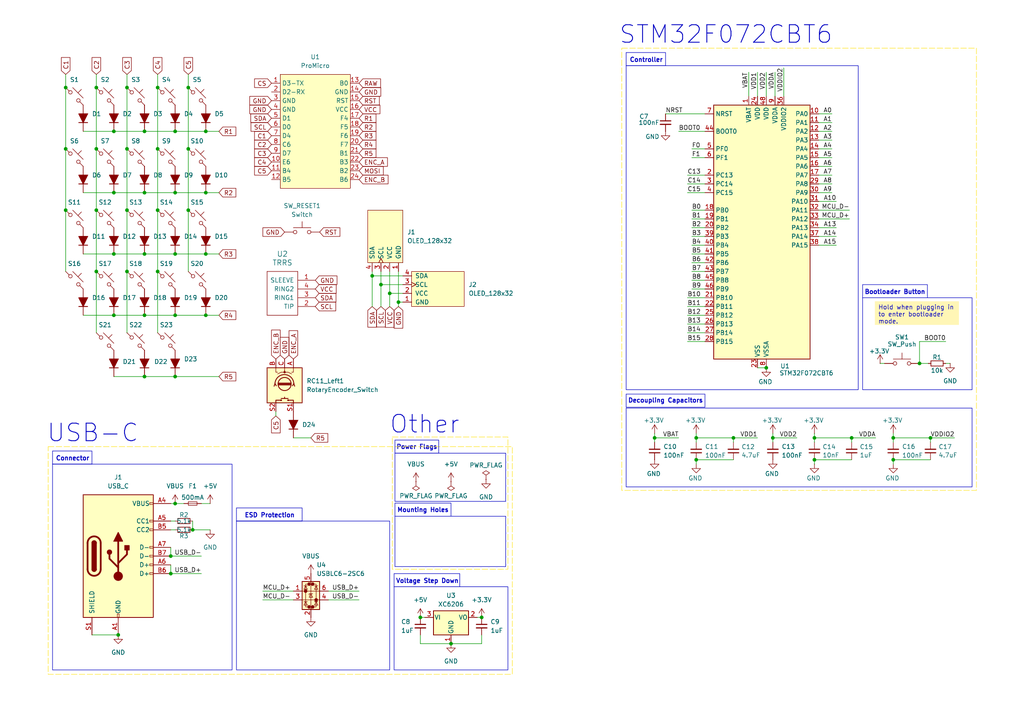
<source format=kicad_sch>
(kicad_sch (version 20231120) (generator "eeschema") (generator_version "8.0")
  (paper "A4")
  (junction (at 45.72 43.18))
  (junction (at 236.22 133.35))
  (junction (at 41.91 91.44))
  (junction (at 50.8 146.05))
  (junction (at 36.83 78.74))
  (junction (at 45.72 78.74))
  (junction (at 54.61 43.18))
  (junction (at 27.94 78.74))
  (junction (at 115.57 87.63))
  (junction (at 41.91 73.66))
  (junction (at 110.49 82.55))
  (junction (at 121.92 179.07))
  (junction (at 212.725 127))
  (junction (at 50.8 109.22))
  (junction (at 50.8 91.44))
  (junction (at 36.83 25.4))
  (junction (at 224.155 127))
  (junction (at 222.25 106.68))
  (junction (at 33.02 91.44))
  (junction (at 34.29 184.15))
  (junction (at 201.93 133.35))
  (junction (at 54.61 60.96))
  (junction (at 59.69 73.66))
  (junction (at 59.69 38.1))
  (junction (at 49.53 161.29))
  (junction (at 50.8 55.88))
  (junction (at 266.7 105.41))
  (junction (at 54.61 25.4))
  (junction (at 49.53 166.37))
  (junction (at 33.02 55.88))
  (junction (at 59.69 91.44))
  (junction (at 36.83 60.96))
  (junction (at 19.05 25.4))
  (junction (at 269.875 127))
  (junction (at 33.02 38.1))
  (junction (at 50.8 38.1))
  (junction (at 19.05 60.96))
  (junction (at 50.8 73.66))
  (junction (at 36.83 43.18))
  (junction (at 189.865 127))
  (junction (at 259.08 133.35))
  (junction (at 201.93 127))
  (junction (at 247.015 127))
  (junction (at 55.88 153.67))
  (junction (at 27.94 60.96))
  (junction (at 45.72 25.4))
  (junction (at 27.94 25.4))
  (junction (at 27.94 43.18))
  (junction (at 41.91 55.88))
  (junction (at 19.05 43.18))
  (junction (at 236.22 127))
  (junction (at 130.81 186.69))
  (junction (at 33.02 73.66))
  (junction (at 113.03 85.09))
  (junction (at 139.7 179.07))
  (junction (at 41.91 109.22))
  (junction (at 45.72 60.96))
  (junction (at 259.08 127))
  (junction (at 107.95 80.01))
  (junction (at 59.69 55.88))
  (junction (at 41.91 38.1))
  (wire (pts (xy 54.61 60.96) (xy 54.61 43.18)))
  (wire (pts (xy 199.39 91.44) (xy 204.47 91.44)))
  (wire (pts (xy 199.39 99.06) (xy 204.47 99.06)))
  (wire (pts (xy 236.22 127) (xy 236.22 128.27)))
  (wire (pts (xy 199.39 53.34) (xy 204.47 53.34)))
  (wire (pts (xy 49.53 163.83) (xy 49.53 166.37)))
  (wire (pts (xy 49.53 146.05) (xy 50.8 146.05)))
  (wire (pts (xy 217.17 20.955) (xy 217.17 27.94)))
  (wire (pts (xy 33.02 38.1) (xy 41.91 38.1)))
  (wire (pts (xy 193.04 33.02) (xy 204.47 33.02)))
  (wire (pts (xy 54.61 43.18) (xy 54.61 25.4)))
  (wire (pts (xy 41.91 73.66) (xy 50.8 73.66)))
  (wire (pts (xy 54.61 60.96) (xy 54.61 78.74)))
  (wire (pts (xy 241.3 53.34) (xy 237.49 53.34)))
  (wire (pts (xy 138.43 179.07) (xy 139.7 179.07)))
  (wire (pts (xy 241.3 45.72) (xy 237.49 45.72)))
  (wire (pts (xy 189.865 127) (xy 189.865 128.27)))
  (wire (pts (xy 19.05 60.96) (xy 19.05 78.74)))
  (wire (pts (xy 266.7 105.41) (xy 269.24 105.41)))
  (wire (pts (xy 45.72 25.4) (xy 45.72 43.18)))
  (wire (pts (xy 50.8 38.1) (xy 59.69 38.1)))
  (wire (pts (xy 19.05 21.59) (xy 19.05 25.4)))
  (wire (pts (xy 212.725 127) (xy 212.725 128.27)))
  (wire (pts (xy 246.38 60.96) (xy 237.49 60.96)))
  (wire (pts (xy 189.865 125.73) (xy 189.865 127)))
  (wire (pts (xy 36.83 21.59) (xy 36.83 25.4)))
  (wire (pts (xy 107.95 80.01) (xy 107.95 88.9)))
  (wire (pts (xy 59.69 73.66) (xy 63.5 73.66)))
  (wire (pts (xy 26.67 184.15) (xy 34.29 184.15)))
  (wire (pts (xy 55.88 151.13) (xy 55.88 153.67)))
  (wire (pts (xy 241.3 55.88) (xy 237.49 55.88)))
  (wire (pts (xy 49.53 158.75) (xy 49.53 161.29)))
  (wire (pts (xy 58.42 146.05) (xy 60.96 146.05)))
  (wire (pts (xy 27.94 96.52) (xy 27.94 78.74)))
  (wire (pts (xy 130.81 186.69) (xy 139.7 186.69)))
  (wire (pts (xy 200.66 78.74) (xy 204.47 78.74)))
  (wire (pts (xy 27.94 25.4) (xy 27.94 43.18)))
  (wire (pts (xy 115.57 88.9) (xy 115.57 87.63)))
  (wire (pts (xy 200.66 73.66) (xy 204.47 73.66)))
  (wire (pts (xy 259.08 133.35) (xy 269.875 133.35)))
  (wire (pts (xy 201.93 133.35) (xy 212.725 133.35)))
  (wire (pts (xy 242.57 71.12) (xy 237.49 71.12)))
  (wire (pts (xy 200.66 63.5) (xy 204.47 63.5)))
  (wire (pts (xy 199.39 88.9) (xy 204.47 88.9)))
  (wire (pts (xy 49.53 151.13) (xy 50.8 151.13)))
  (wire (pts (xy 241.3 40.64) (xy 237.49 40.64)))
  (wire (pts (xy 90.17 127) (xy 85.09 127)))
  (wire (pts (xy 139.7 184.15) (xy 139.7 186.69)))
  (wire (pts (xy 121.92 179.07) (xy 123.19 179.07)))
  (wire (pts (xy 24.13 38.1) (xy 33.02 38.1)))
  (wire (pts (xy 116.84 80.01) (xy 107.95 80.01)))
  (wire (pts (xy 41.91 109.22) (xy 50.8 109.22)))
  (wire (pts (xy 200.66 43.18) (xy 204.47 43.18)))
  (wire (pts (xy 110.49 88.9) (xy 110.49 82.55)))
  (wire (pts (xy 241.3 33.02) (xy 237.49 33.02)))
  (wire (pts (xy 36.83 60.96) (xy 36.83 78.74)))
  (wire (pts (xy 76.2 171.45) (xy 85.09 171.45)))
  (wire (pts (xy 231.14 127) (xy 224.155 127)))
  (wire (pts (xy 110.49 82.55) (xy 116.84 82.55)))
  (wire (pts (xy 115.57 87.63) (xy 116.84 87.63)))
  (wire (pts (xy 113.03 85.09) (xy 113.03 88.9)))
  (wire (pts (xy 274.32 105.41) (xy 275.59 105.41)))
  (wire (pts (xy 33.02 109.22) (xy 41.91 109.22)))
  (wire (pts (xy 50.8 146.05) (xy 53.34 146.05)))
  (wire (pts (xy 269.875 127) (xy 276.86 127)))
  (wire (pts (xy 50.8 55.88) (xy 59.69 55.88)))
  (wire (pts (xy 219.71 106.68) (xy 222.25 106.68)))
  (wire (pts (xy 36.83 25.4) (xy 36.83 43.18)))
  (wire (pts (xy 201.93 134.62) (xy 201.93 133.35)))
  (wire (pts (xy 116.84 85.09) (xy 113.03 85.09)))
  (wire (pts (xy 33.02 55.88) (xy 24.13 55.88)))
  (wire (pts (xy 224.79 20.955) (xy 224.79 27.94)))
  (wire (pts (xy 227.33 19.685) (xy 227.33 27.94)))
  (wire (pts (xy 115.57 87.63) (xy 115.57 78.74)))
  (wire (pts (xy 200.66 68.58) (xy 204.47 68.58)))
  (wire (pts (xy 36.83 78.74) (xy 36.83 96.52)))
  (wire (pts (xy 199.39 86.36) (xy 204.47 86.36)))
  (wire (pts (xy 199.39 93.98) (xy 204.47 93.98)))
  (wire (pts (xy 259.08 125.73) (xy 259.08 127)))
  (wire (pts (xy 33.02 91.44) (xy 24.13 91.44)))
  (wire (pts (xy 45.72 25.4) (xy 45.72 21.59)))
  (wire (pts (xy 236.22 134.62) (xy 236.22 133.35)))
  (wire (pts (xy 104.14 173.99) (xy 95.25 173.99)))
  (wire (pts (xy 76.2 173.99) (xy 85.09 173.99)))
  (wire (pts (xy 59.69 38.1) (xy 63.5 38.1)))
  (wire (pts (xy 200.66 66.04) (xy 204.47 66.04)))
  (wire (pts (xy 27.94 25.4) (xy 27.94 21.59)))
  (wire (pts (xy 241.3 35.56) (xy 237.49 35.56)))
  (wire (pts (xy 33.02 73.66) (xy 41.91 73.66)))
  (wire (pts (xy 45.72 43.18) (xy 45.72 60.96)))
  (wire (pts (xy 19.05 25.4) (xy 19.05 43.18)))
  (wire (pts (xy 199.39 96.52) (xy 204.47 96.52)))
  (wire (pts (xy 33.02 91.44) (xy 41.91 91.44)))
  (wire (pts (xy 201.93 125.73) (xy 201.93 127)))
  (wire (pts (xy 242.57 68.58) (xy 237.49 68.58)))
  (wire (pts (xy 222.25 20.955) (xy 222.25 27.94)))
  (wire (pts (xy 259.08 127) (xy 259.08 128.27)))
  (wire (pts (xy 19.05 43.18) (xy 19.05 60.96)))
  (wire (pts (xy 104.14 171.45) (xy 95.25 171.45)))
  (wire (pts (xy 27.94 60.96) (xy 27.94 78.74)))
  (wire (pts (xy 50.8 91.44) (xy 59.69 91.44)))
  (wire (pts (xy 107.95 78.74) (xy 107.95 80.01)))
  (wire (pts (xy 121.92 186.69) (xy 130.81 186.69)))
  (wire (pts (xy 54.61 25.4) (xy 54.61 21.59)))
  (wire (pts (xy 266.7 99.06) (xy 266.7 105.41)))
  (wire (pts (xy 212.725 127) (xy 219.71 127)))
  (wire (pts (xy 58.42 161.29) (xy 49.53 161.29)))
  (wire (pts (xy 45.72 60.96) (xy 45.72 78.74)))
  (wire (pts (xy 58.42 166.37) (xy 49.53 166.37)))
  (wire (pts (xy 246.38 63.5) (xy 237.49 63.5)))
  (wire (pts (xy 224.155 127) (xy 224.155 128.27)))
  (wire (pts (xy 241.3 50.8) (xy 237.49 50.8)))
  (wire (pts (xy 241.3 43.18) (xy 237.49 43.18)))
  (wire (pts (xy 200.66 45.72) (xy 204.47 45.72)))
  (wire (pts (xy 236.22 133.35) (xy 247.015 133.35)))
  (wire (pts (xy 121.92 184.15) (xy 121.92 186.69)))
  (wire (pts (xy 199.39 55.88) (xy 204.47 55.88)))
  (wire (pts (xy 113.03 78.74) (xy 113.03 85.09)))
  (wire (pts (xy 224.155 125.73) (xy 224.155 127)))
  (wire (pts (xy 241.3 38.1) (xy 237.49 38.1)))
  (wire (pts (xy 80.01 120.65) (xy 80.01 119.38)))
  (wire (pts (xy 255.27 105.41) (xy 256.54 105.41)))
  (wire (pts (xy 259.08 134.62) (xy 259.08 133.35)))
  (wire (pts (xy 236.22 125.73) (xy 236.22 127)))
  (wire (pts (xy 50.8 73.66) (xy 59.69 73.66)))
  (wire (pts (xy 201.93 127) (xy 212.725 127)))
  (wire (pts (xy 274.32 99.06) (xy 266.7 99.06)))
  (wire (pts (xy 27.94 43.18) (xy 27.94 60.96)))
  (wire (pts (xy 50.8 55.88) (xy 41.91 55.88)))
  (wire (pts (xy 200.66 83.82) (xy 204.47 83.82)))
  (wire (pts (xy 269.875 127) (xy 269.875 128.27)))
  (wire (pts (xy 41.91 91.44) (xy 50.8 91.44)))
  (wire (pts (xy 59.69 55.88) (xy 63.5 55.88)))
  (wire (pts (xy 247.015 127) (xy 247.015 128.27)))
  (wire (pts (xy 36.83 60.96) (xy 36.83 43.18)))
  (wire (pts (xy 200.66 71.12) (xy 204.47 71.12)))
  (wire (pts (xy 59.69 91.44) (xy 63.5 91.44)))
  (wire (pts (xy 41.91 55.88) (xy 33.02 55.88)))
  (wire (pts (xy 201.93 127) (xy 201.93 128.27)))
  (wire (pts (xy 49.53 153.67) (xy 50.8 153.67)))
  (wire (pts (xy 196.85 127) (xy 189.865 127)))
  (wire (pts (xy 110.49 82.55) (xy 110.49 78.74)))
  (wire (pts (xy 219.71 20.955) (xy 219.71 27.94)))
  (wire (pts (xy 236.22 127) (xy 247.015 127)))
  (wire (pts (xy 247.015 127) (xy 254 127)))
  (wire (pts (xy 242.57 58.42) (xy 237.49 58.42)))
  (wire (pts (xy 242.57 66.04) (xy 237.49 66.04)))
  (wire (pts (xy 200.66 81.28) (xy 204.47 81.28)))
  (wire (pts (xy 41.91 38.1) (xy 50.8 38.1)))
  (wire (pts (xy 241.3 48.26) (xy 237.49 48.26)))
  (wire (pts (xy 196.85 38.1) (xy 204.47 38.1)))
  (wire (pts (xy 45.72 78.74) (xy 45.72 96.52)))
  (wire (pts (xy 199.39 50.8) (xy 204.47 50.8)))
  (wire (pts (xy 24.13 73.66) (xy 33.02 73.66)))
  (wire (pts (xy 55.88 153.67) (xy 60.96 153.67)))
  (wire (pts (xy 200.66 60.96) (xy 204.47 60.96)))
  (wire (pts (xy 259.08 127) (xy 269.875 127)))
  (wire (pts (xy 200.66 76.2) (xy 204.47 76.2)))
  (wire (pts (xy 50.8 109.22) (xy 63.5 109.22)))
  (rectangle (start 68.58 151.13) (end 113.03 194.31))
  (rectangle (start 181.61 118.364) (end 281.94 141.224))
  (rectangle (start 15.24 130.81) (end 26.67 134.62))
  (rectangle (start 114.554 145.923) (end 130.81 149.733))
  (rectangle (start 114.3 170.18) (end 147.32 194.31))
  (rectangle (start 180.34 13.97) (end 283.21 142.24) (stroke (width 0) (type dash) (color 255 229 36 1)))
  (rectangle (start 181.61 15.24) (end 193.04 19.05))
  (rectangle (start 114.554 127.635) (end 127.254 131.445))
  (rectangle (start 13.97 129.54) (end 148.59 195.58) (stroke (width 0) (type dash) (color 255 229 36 1)))
  (rectangle (start 250.19 82.55) (end 268.986 86.36))
  (rectangle (start 114.554 149.733) (end 146.685 164.338))
  (rectangle (start 113.792 126.746) (end 147.32 165.1) (stroke (width 0) (type dash) (color 255 229 36 1)))
  (rectangle (start 114.3 166.37) (end 133.35 170.18))
  (rectangle (start 250.19 86.36) (end 281.94 113.03))
  (rectangle (start 68.58 147.32) (end 87.63 151.13))
  (rectangle (start 181.61 19.05) (end 248.92 113.03))
  (rectangle (start 15.24 134.62) (end 67.31 194.31))
  (rectangle (start 114.554 131.445) (end 146.685 145.415))
  (rectangle (start 181.61 114.3) (end 204.47 118.11))
  (text_box "Hold when plugging in to enter bootloader mode." (at 253.746 87.376 0) (size 24.384 6.858) (stroke (width -0.0001)) (fill (type color) (color 255 229 36 0.33)) (effects (font (size 1.27 1.27)) (justify left top)))
  (text "STM32F072CBT6" (at 210.566 10.16 0) (effects (font (size 5.08 5.08) (thickness 0.254) (bold yes))))
  (text "USB-C\n" (at 26.924 125.73 0) (effects (font (size 5.08 5.08) (thickness 0.254) (bold yes))))
  (text "Mounting Holes" (at 122.682 148.082 0) (effects (font (size 1.27 1.27) (thickness 0.254) (bold yes))))
  (text "Decoupling Capacitors" (at 193.04 116.332 0) (effects (font (size 1.27 1.27) (thickness 0.254) (bold yes))))
  (text "Controller\n" (at 187.452 17.526 0) (effects (font (size 1.27 1.27) (thickness 0.254) (bold yes))))
  (text "ESD Protection" (at 78.232 149.606 0) (effects (font (size 1.27 1.27) (thickness 0.254) (bold yes))))
  (text "Power Flags" (at 120.904 129.794 0) (effects (font (size 1.27 1.27) (thickness 0.254) (bold yes))))
  (text "Voltage Step Down" (at 123.952 168.656 0) (effects (font (size 1.27 1.27) (thickness 0.254) (bold yes))))
  (text "Other" (at 123.19 123.19 0) (effects (font (size 5.08 5.08) (thickness 0.254) (bold yes))))
  (text "Bootloader Button" (at 259.588 84.836 0) (effects (font (size 1.27 1.27) (thickness 0.254) (bold yes))))
  (text "Connector\n" (at 21.082 133.096 0) (effects (font (size 1.27 1.27) (thickness 0.254) (bold yes))))
  (label "A7" (at 241.3 50.8 180))
  (label "A6" (at 241.3 48.26 180))
  (label "A10" (at 242.57 58.42 180))
  (label "B0" (at 200.66 60.96 0))
  (label "B6" (at 200.66 76.2 0))
  (label "MCU_D-" (at 246.38 60.96 180))
  (label "A3" (at 241.3 40.64 180))
  (label "B7" (at 200.66 78.74 0))
  (label "A15" (at 242.57 71.12 180))
  (label "VBAT" (at 196.85 127 180))
  (label "A5" (at 241.3 45.72 180))
  (label "B5" (at 200.66 73.66 0))
  (label "B1" (at 200.66 63.5 0))
  (label "B9" (at 200.66 83.82 0))
  (label "VDDIO2" (at 227.33 19.685 270))
  (label "USB_D+" (at 58.42 166.37 180))
  (label "B11" (at 199.39 88.9 0))
  (label "B4" (at 200.66 71.12 0))
  (label "MCU_D+" (at 246.38 63.5 180))
  (label "A14" (at 242.57 68.58 180))
  (label "NRST" (at 193.04 33.02 0))
  (label "VDDIO2" (at 276.86 127 180))
  (label "VDD2" (at 222.25 20.955 270))
  (label "A2" (at 241.3 38.1 180))
  (label "VDDA" (at 224.79 20.955 270))
  (label "F0" (at 200.66 43.18 0))
  (label "BOOT0" (at 274.32 99.06 180))
  (label "B15" (at 199.39 99.06 0))
  (label "F1" (at 200.66 45.72 0))
  (label "A13" (at 242.57 66.04 180))
  (label "B12" (at 199.39 91.44 0))
  (label "A9" (at 241.3 55.88 180))
  (label "A8" (at 241.3 53.34 180))
  (label "C13" (at 199.39 50.8 0))
  (label "B8" (at 200.66 81.28 0))
  (label "USB_D-" (at 58.42 161.29 180))
  (label "MCU_D-" (at 76.2 173.99 0))
  (label "BOOT0" (at 196.85 38.1 0))
  (label "A1" (at 241.3 35.56 180))
  (label "B2" (at 200.66 66.04 0))
  (label "C15" (at 199.39 55.88 0))
  (label "B13" (at 199.39 93.98 0))
  (label "VDD1" (at 219.71 20.955 270))
  (label "VDDA" (at 254 127 180))
  (label "VDD2" (at 231.14 127 180))
  (label "B3" (at 200.66 68.58 0))
  (label "B10" (at 199.39 86.36 0))
  (label "USB_D-" (at 104.14 173.99 180))
  (label "VBAT" (at 217.17 20.955 270))
  (label "A0" (at 241.3 33.02 180))
  (label "B14" (at 199.39 96.52 0))
  (label "MCU_D+" (at 76.2 171.45 0))
  (label "A4" (at 241.3 43.18 180))
  (label "USB_D+" (at 104.14 171.45 180))
  (label "VDD1" (at 219.71 127 180))
  (label "C14" (at 199.39 53.34 0))
  (global_label "C3" (shape input) (at 78.74 44.45 180) (property "Intersheetrefs" "${INTERSHEET_REFS}" (effects (hide yes))))
  (global_label "RST" (shape input) (at 92.71 67.31 0) (property "Intersheetrefs" "${INTERSHEET_REFS}" (effects (hide yes))))
  (global_label "GND" (shape input) (at 78.74 31.75 180) (property "Intersheetrefs" "${INTERSHEET_REFS}" (effects (hide yes))))
  (global_label "C4" (shape input) (at 45.72 21.59 90) (property "Intersheetrefs" "${INTERSHEET_REFS}" (effects (hide yes))))
  (global_label "C3" (shape input) (at 36.83 21.59 90) (property "Intersheetrefs" "${INTERSHEET_REFS}" (effects (hide yes))))
  (global_label "MOSI" (shape input) (at 104.14 49.53 0) (property "Intersheetrefs" "${INTERSHEET_REFS}" (effects (hide yes))))
  (global_label "SDA" (shape input) (at 78.74 34.29 180) (property "Intersheetrefs" "${INTERSHEET_REFS}" (effects (hide yes))))
  (global_label "R2" (shape input) (at 63.5 55.88 0) (property "Intersheetrefs" "${INTERSHEET_REFS}" (effects (hide yes))))
  (global_label "R5" (shape input) (at 104.14 44.45 0) (property "Intersheetrefs" "${INTERSHEET_REFS}" (effects (hide yes))))
  (global_label "VCC" (shape input) (at 104.14 31.75 0) (property "Intersheetrefs" "${INTERSHEET_REFS}" (effects (hide yes))))
  (global_label "C5" (shape input) (at 80.01 120.65 270) (property "Intersheetrefs" "${INTERSHEET_REFS}" (effects (hide yes))))
  (global_label "ENC_B" (shape input) (at 80.01 104.14 90) (property "Intersheetrefs" "${INTERSHEET_REFS}" (effects (hide yes))))
  (global_label "SDA" (shape input) (at 91.44 86.36 0) (property "Intersheetrefs" "${INTERSHEET_REFS}" (effects (hide yes))))
  (global_label "C1" (shape input) (at 78.74 39.37 180) (property "Intersheetrefs" "${INTERSHEET_REFS}" (effects (hide yes))))
  (global_label "R2" (shape input) (at 104.14 36.83 0) (property "Intersheetrefs" "${INTERSHEET_REFS}" (effects (hide yes))))
  (global_label "SCL" (shape input) (at 91.44 88.9 0) (property "Intersheetrefs" "${INTERSHEET_REFS}" (effects (hide yes))))
  (global_label "RAW" (shape input) (at 104.14 24.13 0) (property "Intersheetrefs" "${INTERSHEET_REFS}" (effects (hide yes))))
  (global_label "C2" (shape input) (at 27.94 21.59 90) (property "Intersheetrefs" "${INTERSHEET_REFS}" (effects (hide yes))))
  (global_label "SCL" (shape input) (at 110.49 88.9 270) (property "Intersheetrefs" "${INTERSHEET_REFS}" (effects (hide yes))))
  (global_label "C2" (shape input) (at 78.74 41.91 180) (property "Intersheetrefs" "${INTERSHEET_REFS}" (effects (hide yes))))
  (global_label "R1" (shape input) (at 104.14 34.29 0) (property "Intersheetrefs" "${INTERSHEET_REFS}" (effects (hide yes))))
  (global_label "C4" (shape input) (at 78.74 46.99 180) (property "Intersheetrefs" "${INTERSHEET_REFS}" (effects (hide yes))))
  (global_label "RST" (shape input) (at 104.14 29.21 0) (property "Intersheetrefs" "${INTERSHEET_REFS}" (effects (hide yes))))
  (global_label "GND" (shape input) (at 115.57 88.9 270) (property "Intersheetrefs" "${INTERSHEET_REFS}" (effects (hide yes))))
  (global_label "ENC_A" (shape input) (at 104.14 46.99 0) (property "Intersheetrefs" "${INTERSHEET_REFS}" (effects (hide yes))))
  (global_label "CS" (shape input) (at 78.74 24.13 180) (property "Intersheetrefs" "${INTERSHEET_REFS}" (effects (hide yes))))
  (global_label "C5" (shape input) (at 54.61 21.59 90) (property "Intersheetrefs" "${INTERSHEET_REFS}" (effects (hide yes))))
  (global_label "R1" (shape input) (at 63.5 38.1 0) (property "Intersheetrefs" "${INTERSHEET_REFS}" (effects (hide yes))))
  (global_label "R4" (shape input) (at 104.14 41.91 0) (property "Intersheetrefs" "${INTERSHEET_REFS}" (effects (hide yes))))
  (global_label "R3" (shape input) (at 63.5 73.66 0) (property "Intersheetrefs" "${INTERSHEET_REFS}" (effects (hide yes))))
  (global_label "R3" (shape input) (at 104.14 39.37 0) (property "Intersheetrefs" "${INTERSHEET_REFS}" (effects (hide yes))))
  (global_label "C1" (shape input) (at 19.05 21.59 90) (property "Intersheetrefs" "${INTERSHEET_REFS}" (effects (hide yes))))
  (global_label "R4" (shape input) (at 63.5 91.44 0) (property "Intersheetrefs" "${INTERSHEET_REFS}" (effects (hide yes))))
  (global_label "GND" (shape input) (at 78.74 29.21 180) (property "Intersheetrefs" "${INTERSHEET_REFS}" (effects (hide yes))))
  (global_label "GND" (shape input) (at 91.44 81.28 0) (property "Intersheetrefs" "${INTERSHEET_REFS}" (effects (hide yes))))
  (global_label "VCC" (shape input) (at 91.44 83.82 0) (property "Intersheetrefs" "${INTERSHEET_REFS}" (effects (hide yes))))
  (global_label "SCL" (shape input) (at 78.74 36.83 180) (property "Intersheetrefs" "${INTERSHEET_REFS}" (effects (hide yes))))
  (global_label "ENC_B" (shape input) (at 104.14 52.07 0) (property "Intersheetrefs" "${INTERSHEET_REFS}" (effects (hide yes))))
  (global_label "R5" (shape input) (at 63.5 109.22 0) (property "Intersheetrefs" "${INTERSHEET_REFS}" (effects (hide yes))))
  (global_label "ENC_A" (shape input) (at 85.09 104.14 90) (property "Intersheetrefs" "${INTERSHEET_REFS}" (effects (hide yes))))
  (global_label "GND" (shape input) (at 82.55 104.14 90) (property "Intersheetrefs" "${INTERSHEET_REFS}" (effects (hide yes))))
  (global_label "GND" (shape input) (at 82.55 67.31 180) (property "Intersheetrefs" "${INTERSHEET_REFS}" (effects (hide yes))))
  (global_label "GND" (shape input) (at 104.14 26.67 0) (property "Intersheetrefs" "${INTERSHEET_REFS}" (effects (hide yes))))
  (global_label "SDA" (shape input) (at 107.95 88.9 270) (property "Intersheetrefs" "${INTERSHEET_REFS}" (effects (hide yes))))
  (global_label "VCC" (shape input) (at 113.03 88.9 270) (property "Intersheetrefs" "${INTERSHEET_REFS}" (effects (hide yes))))
  (global_label "C5" (shape input) (at 78.74 49.53 180) (property "Intersheetrefs" "${INTERSHEET_REFS}" (effects (hide yes))))
  (global_label "R5" (shape input) (at 90.17 127 0) (property "Intersheetrefs" "${INTERSHEET_REFS}" (effects (hide yes))))
  (symbol (lib_id "ScottoKeebs:Placeholder_Keyswitch") (at 30.48 63.5 0) (unit 1)
    (property "Reference" "S12" (at 30.48 58.674 0))
    (property "Value" "Keyswitch" (effects (hide yes)))
    (property "Footprint" "PCM_Switch_Keyboard_Hybrid:SW_Hybrid_Cherry_MX_Alps_1.00u" (effects (hide yes)))
    (property "Description" "Push button switch, normally open, two pins, 45° tilted" (effects (hide yes)))
  )
  (symbol (lib_id "ScottoKeebs:Placeholder_Keyswitch") (at 48.26 45.72 0) (unit 1)
    (property "Reference" "S9" (at 48.26 40.894 0))
    (property "Value" "Keyswitch" (effects (hide yes)))
    (property "Footprint" "PCM_Switch_Keyboard_Hybrid:SW_Hybrid_Cherry_MX_Alps_1.00u" (effects (hide yes)))
    (property "Description" "Push button switch, normally open, two pins, 45° tilted" (effects (hide yes)))
  )
  (symbol (lib_id "ScottoKeebs:Placeholder_Keyswitch") (at 39.37 27.94 0) (unit 1)
    (property "Reference" "S3" (at 39.37 23.114 0))
    (property "Value" "Keyswitch" (effects (hide yes)))
    (property "Footprint" "PCM_Switch_Keyboard_Hybrid:SW_Hybrid_Cherry_MX_Alps_1.00u" (effects (hide yes)))
    (property "Description" "Push button switch, normally open, two pins, 45° tilted" (effects (hide yes)))
  )
  (symbol (lib_id "PCM_Diode_AKL:1N4148") (at 85.09 123.19 270) (unit 1)
    (property "Reference" "D24" (at 87.63 123.1899 90) (effects (justify left)))
    (property "Value" "1N4148" (effects (hide yes)))
    (property "Footprint" "Kicad Footprints:SOD123_DIO-L With THs" (effects (hide yes)))
    (property "Datasheet" "https://datasheet.octopart.com/1N4148TR-ON-Semiconductor-datasheet-42765246.pdf" (effects (hide yes)))
    (property "Description" "DO-35 Diode, Small Signal, Fast Switching, 75V, 150mA, 4ns, Alternate KiCad Library" (effects (hide yes)))
  )
  (symbol (lib_id "PCM_Diode_AKL:1N4148") (at 50.8 105.41 270) (unit 1)
    (property "Reference" "D23" (at 53.34 104.1399 90) (effects (justify left)))
    (property "Value" "1N4148" (effects (hide yes)))
    (property "Footprint" "Kicad Footprints:SOD123_DIO-L With THs" (effects (hide yes)))
    (property "Datasheet" "https://datasheet.octopart.com/1N4148TR-ON-Semiconductor-datasheet-42765246.pdf" (effects (hide yes)))
    (property "Description" "DO-35 Diode, Small Signal, Fast Switching, 75V, 150mA, 4ns, Alternate KiCad Library" (effects (hide yes)))
  )
  (symbol (lib_id "ScottoKeebs:Placeholder_Switch") (at 87.63 67.31 0) (unit 1)
    (property "Reference" "SW_RESET1" (at 87.63 59.69 0))
    (property "Value" "Switch" (at 87.63 62.23 0))
    (property "Footprint" "marbastlib-various:SW_SKHLLCA010" (effects (hide yes)))
    (property "Description" "Push button switch, generic, two pins" (effects (hide yes)))
  )
  (symbol (lib_id "PCM_Diode_AKL:1N4148") (at 50.8 52.07 270) (unit 1)
    (property "Reference" "D9" (at 53.34 50.7999 90) (effects (justify left)))
    (property "Value" "1N4148" (effects (hide yes)))
    (property "Footprint" "Kicad Footprints:SOD123_DIO-L With THs" (effects (hide yes)))
    (property "Datasheet" "https://datasheet.octopart.com/1N4148TR-ON-Semiconductor-datasheet-42765246.pdf" (effects (hide yes)))
    (property "Description" "DO-35 Diode, Small Signal, Fast Switching, 75V, 150mA, 4ns, Alternate KiCad Library" (effects (hide yes)))
  )
  (symbol (lib_id "power:+3.3V") (at 259.08 125.73 0) (unit 1)
    (property "Reference" "#PWR024" (effects (hide yes)))
    (property "Value" "+3.3V" (at 258.826 121.92 0))
    (property "Description" "Power symbol creates a global label with name \"+3.3V\"" (effects (hide yes)))
  )
  (symbol (lib_id "power:+3.3V") (at 255.27 105.41 0) (unit 1)
    (property "Reference" "#PWR06" (effects (hide yes)))
    (property "Value" "+3.3V" (at 255.016 101.854 0))
    (property "Description" "Power symbol creates a global label with name \"+3.3V\"" (effects (hide yes)))
  )
  (symbol (lib_id "MCU_ST_STM32F0:STM32F072CBTx") (at 219.71 68.58 0) (unit 1)
    (property "Reference" "U1" (at 226.314 106.172 0) (effects (justify left)))
    (property "Value" "STM32F072CBT6" (at 226.06 108.204 0) (effects (justify left)))
    (property "Footprint" "ScottoKeebs_Components:Package_LQFP-48_7x7mm_P0.5" (effects (hide yes)))
    (property "Datasheet" "https://www.st.com/resource/en/datasheet/stm32f072cb.pdf" (effects (hide yes)))
    (property "Description" "STMicroelectronics Arm Cortex-M0 MCU, 128KB flash, 16KB RAM, 48 MHz, 2.0-3.6V, 37 GPIO, LQFP48" (effects (hide yes)))
    (property "LCSC" "C81720" (effects (hide yes)))
    (property "JlcRotOffset" "-90" (effects (hide yes)))
  )
  (symbol (lib_id "Regulator_Linear:XC6206PxxxMR") (at 130.81 179.07 0) (unit 1)
    (property "Reference" "U3" (at 130.81 172.72 0))
    (property "Value" "XC6206" (at 130.81 175.26 0))
    (property "Footprint" "ScottoKeebs_Components:Voltage_SOT-23" (effects (hide yes)))
    (property "Datasheet" "https://www.torexsemi.com/file/xc6206/XC6206.pdf" (effects (hide yes)))
    (property "Description" "Positive 60-250mA Low Dropout Regulator, Fixed Output, SOT-23" (effects (hide yes)))
    (property "LCSC" "C5446" (effects (hide yes)))
    (property "JlcRotOffset" "180" (effects (hide yes)))
  )
  (symbol (lib_id "ScottoKeebs:Placeholder_Keyswitch") (at 30.48 81.28 0) (unit 1)
    (property "Reference" "S17" (at 30.48 76.454 0))
    (property "Value" "Keyswitch" (effects (hide yes)))
    (property "Footprint" "PCM_Switch_Keyboard_Hybrid:SW_Hybrid_Cherry_MX_Alps_1.00u" (effects (hide yes)))
    (property "Description" "Push button switch, normally open, two pins, 45° tilted" (effects (hide yes)))
  )
  (symbol (lib_id "power:+5V") (at 60.96 146.05 0) (unit 1)
    (property "Reference" "#PWR010" (effects (hide yes)))
    (property "Value" "+5V" (at 60.96 140.97 0))
    (property "Description" "Power symbol creates a global label with name \"+5V\"" (effects (hide yes)))
  )
  (symbol (lib_id "power:GND") (at 222.25 106.68 0) (unit 1)
    (property "Reference" "#PWR02" (effects (hide yes)))
    (property "Value" "GND" (at 221.996 110.744 0))
    (property "Description" "Power symbol creates a global label with name \"GND\" , ground" (effects (hide yes)))
  )
  (symbol (lib_id "Device:R_Small") (at 271.78 105.41 270) (unit 1)
    (property "Reference" "R1" (at 271.78 103.632 90))
    (property "Value" "10k" (at 271.78 107.442 90))
    (property "Footprint" "ScottoKeebs_Components:Resistor_0402" (effects (hide yes)))
    (property "Description" "Resistor, small symbol" (effects (hide yes)))
    (property "LCSC" "C25744" (effects (hide yes)))
  )
  (symbol (lib_id "Device:C_Small") (at 201.93 130.81 180) (unit 1)
    (property "Reference" "C11" (at 204.47 129.5335 0) (effects (justify right)))
    (property "Value" "100nF" (at 204.47 132.0735 0) (effects (justify right)))
    (property "Footprint" "ScottoKeebs_Components:Capacitor_0402" (effects (hide yes)))
    (property "Description" "Unpolarized capacitor, small symbol" (effects (hide yes)))
    (property "LCSC" "C307331" (effects (hide yes)))
    (property "MPN" "CL05B104KB54PNC" (effects (hide yes)))
  )
  (symbol (lib_id "PCM_Diode_AKL:1N4148") (at 59.69 34.29 270) (unit 1)
    (property "Reference" "D5" (at 62.23 33.0199 90) (effects (justify left)))
    (property "Value" "1N4148" (effects (hide yes)))
    (property "Footprint" "Kicad Footprints:SOD123_DIO-L With THs" (effects (hide yes)))
    (property "Datasheet" "https://datasheet.octopart.com/1N4148TR-ON-Semiconductor-datasheet-42765246.pdf" (effects (hide yes)))
    (property "Description" "DO-35 Diode, Small Signal, Fast Switching, 75V, 150mA, 4ns, Alternate KiCad Library" (effects (hide yes)))
  )
  (symbol (lib_id "power:+3.3V") (at 189.865 125.73 0) (unit 1)
    (property "Reference" "#PWR020" (effects (hide yes)))
    (property "Value" "+3.3V" (at 189.611 121.92 0))
    (property "Description" "Power symbol creates a global label with name \"+3.3V\"" (effects (hide yes)))
  )
  (symbol (lib_id "power:+5V") (at 121.92 179.07 0) (unit 1)
    (property "Reference" "#PWR016" (effects (hide yes)))
    (property "Value" "+5V" (at 121.92 173.99 0))
    (property "Description" "Power symbol creates a global label with name \"+5V\"" (effects (hide yes)))
  )
  (symbol (lib_id "ScottoKeebs:Placeholder_Keyswitch") (at 39.37 63.5 0) (unit 1)
    (property "Reference" "S13" (at 39.37 58.674 0))
    (property "Value" "Keyswitch" (effects (hide yes)))
    (property "Footprint" "PCM_Switch_Keyboard_Hybrid:SW_Hybrid_Cherry_MX_Alps_1.00u" (effects (hide yes)))
    (property "Description" "Push button switch, normally open, two pins, 45° tilted" (effects (hide yes)))
  )
  (symbol (lib_id "power:GND") (at 236.22 134.62 0) (unit 1)
    (property "Reference" "#PWR028" (effects (hide yes)))
    (property "Value" "GND" (at 235.966 138.684 0))
    (property "Description" "Power symbol creates a global label with name \"GND\" , ground" (effects (hide yes)))
  )
  (symbol (lib_id "PCM_Diode_AKL:1N4148") (at 41.91 87.63 270) (unit 1)
    (property "Reference" "D18" (at 44.45 86.3599 90) (effects (justify left)))
    (property "Value" "1N4148" (effects (hide yes)))
    (property "Footprint" "Kicad Footprints:SOD123_DIO-L With THs" (effects (hide yes)))
    (property "Datasheet" "https://datasheet.octopart.com/1N4148TR-ON-Semiconductor-datasheet-42765246.pdf" (effects (hide yes)))
    (property "Description" "DO-35 Diode, Small Signal, Fast Switching, 75V, 150mA, 4ns, Alternate KiCad Library" (effects (hide yes)))
  )
  (symbol (lib_id "Power_Protection:USBLC6-2SC6") (at 90.17 171.45 0) (unit 1)
    (property "Reference" "U4" (at 91.8211 163.83 0) (effects (justify left)))
    (property "Value" "USBLC6-2SC6" (at 91.8211 166.37 0) (effects (justify left)))
    (property "Footprint" "ScottoKeebs_Components:ESD_SOT-23-6" (effects (hide yes)))
    (property "Datasheet" "https://www.st.com/resource/en/datasheet/usblc6-2.pdf" (effects (hide yes)))
    (property "Description" "Very low capacitance ESD protection diode, 2 data-line, SOT-23-6" (effects (hide yes)))
    (property "LCSC" "C2827654" (effects (hide yes)))
    (property "JlcRotOffset" "-90" (effects (hide yes)))
  )
  (symbol (lib_id "ScottoKeebs:Placeholder_Keyswitch") (at 57.15 63.5 0) (unit 1)
    (property "Reference" "S15" (at 57.15 58.674 0))
    (property "Value" "Keyswitch" (effects (hide yes)))
    (property "Footprint" "PCM_Switch_Keyboard_Hybrid:SW_Hybrid_Cherry_MX_Alps_1.00u" (effects (hide yes)))
    (property "Description" "Push button switch, normally open, two pins, 45° tilted" (effects (hide yes)))
  )
  (symbol (lib_id "power:+5V") (at 130.81 139.7 0) (unit 1)
    (property "Reference" "#PWR019" (effects (hide yes)))
    (property "Value" "+5V" (at 130.81 134.62 0))
    (property "Description" "Power symbol creates a global label with name \"+5V\"" (effects (hide yes)))
  )
  (symbol (lib_id "Device:RotaryEncoder_Switch") (at 82.55 111.76 270) (unit 1)
    (property "Reference" "RC11_Left1" (at 88.9 110.4899 90) (effects (justify left)))
    (property "Value" "RotaryEncoder_Switch" (at 88.9 113.0299 90) (effects (justify left)))
    (property "Footprint" "Rotary_Encoder:RotaryEncoder_Alps_EC11E-Switch_Vertical_H20mm" (effects (hide yes)))
    (property "Description" "Rotary encoder, dual channel, incremental quadrate outputs, with switch" (effects (hide yes)))
  )
  (symbol (lib_id "power:+3.3V") (at 201.93 125.73 0) (unit 1)
    (property "Reference" "#PWR021" (effects (hide yes)))
    (property "Value" "+3.3V" (at 201.676 121.92 0))
    (property "Description" "Power symbol creates a global label with name \"+3.3V\"" (effects (hide yes)))
  )
  (symbol (lib_id "PCM_Diode_AKL:1N4148") (at 59.69 87.63 270) (unit 1)
    (property "Reference" "D20" (at 62.23 86.3599 90) (effects (justify left)))
    (property "Value" "1N4148" (effects (hide yes)))
    (property "Footprint" "Kicad Footprints:SOD123_DIO-L With THs" (effects (hide yes)))
    (property "Datasheet" "https://datasheet.octopart.com/1N4148TR-ON-Semiconductor-datasheet-42765246.pdf" (effects (hide yes)))
    (property "Description" "DO-35 Diode, Small Signal, Fast Switching, 75V, 150mA, 4ns, Alternate KiCad Library" (effects (hide yes)))
  )
  (symbol (lib_id "ScottoKeebs:Placeholder_Keyswitch") (at 48.26 99.06 0) (unit 1)
    (property "Reference" "S23" (at 48.26 94.234 0))
    (property "Value" "Keyswitch" (effects (hide yes)))
    (property "Footprint" "PCM_Switch_Keyboard_Hybrid:SW_Hybrid_Cherry_MX_Alps_1.00u" (effects (hide yes)))
    (property "Description" "Push button switch, normally open, two pins, 45° tilted" (effects (hide yes)))
  )
  (symbol (lib_id "PCM_Diode_AKL:1N4148") (at 33.02 52.07 270) (unit 1)
    (property "Reference" "D7" (at 35.56 50.7999 90) (effects (justify left)))
    (property "Value" "1N4148" (effects (hide yes)))
    (property "Footprint" "Kicad Footprints:SOD123_DIO-L With THs" (effects (hide yes)))
    (property "Datasheet" "https://datasheet.octopart.com/1N4148TR-ON-Semiconductor-datasheet-42765246.pdf" (effects (hide yes)))
    (property "Description" "DO-35 Diode, Small Signal, Fast Switching, 75V, 150mA, 4ns, Alternate KiCad Library" (effects (hide yes)))
  )
  (symbol (lib_id "ScottoKeebs:Placeholder_Keyswitch") (at 57.15 81.28 0) (unit 1)
    (property "Reference" "S20" (at 57.15 76.454 0))
    (property "Value" "Keyswitch" (effects (hide yes)))
    (property "Footprint" "PCM_Switch_Keyboard_Hybrid:SW_Hybrid_Cherry_MX_Alps_1.00u" (effects (hide yes)))
    (property "Description" "Push button switch, normally open, two pins, 45° tilted" (effects (hide yes)))
  )
  (symbol (lib_id "PCM_Diode_AKL:1N4148") (at 24.13 87.63 270) (unit 1)
    (property "Reference" "D16" (at 26.67 86.3599 90) (effects (justify left)))
    (property "Value" "1N4148" (effects (hide yes)))
    (property "Footprint" "Kicad Footprints:SOD123_DIO-L With THs" (effects (hide yes)))
    (property "Datasheet" "https://datasheet.octopart.com/1N4148TR-ON-Semiconductor-datasheet-42765246.pdf" (effects (hide yes)))
    (property "Description" "DO-35 Diode, Small Signal, Fast Switching, 75V, 150mA, 4ns, Alternate KiCad Library" (effects (hide yes)))
  )
  (symbol (lib_id "Device:C_Small") (at 121.92 181.61 0) (unit 1)
    (property "Reference" "C8" (at 116.332 180.34 0) (effects (justify left)))
    (property "Value" "1uF" (at 116.332 182.88 0) (effects (justify left)))
    (property "Footprint" "ScottoKeebs_Components:Capacitor_0402" (effects (hide yes)))
    (property "Description" "Unpolarized capacitor, small symbol" (effects (hide yes)))
    (property "LCSC" "C52923" (effects (hide yes)))
  )
  (symbol (lib_id "power:GND") (at 34.29 184.15 0) (unit 1)
    (property "Reference" "#PWR08" (effects (hide yes)))
    (property "Value" "GND" (at 34.29 189.23 0))
    (property "Description" "Power symbol creates a global label with name \"GND\" , ground" (effects (hide yes)))
  )
  (symbol (lib_id "power:PWR_FLAG") (at 140.97 139.065 0) (unit 1)
    (property "Reference" "#FLG01" (effects (hide yes)))
    (property "Value" "PWR_FLAG" (at 140.97 134.9319 0))
    (property "Description" "Special symbol for telling ERC where power comes from" (effects (hide yes)))
  )
  (symbol (lib_id "Device:C_Small") (at 269.875 130.81 180) (unit 1)
    (property "Reference" "C17" (at 272.1991 129.5914 0) (effects (justify right)))
    (property "Value" "4.7uF" (at 272.1991 132.0157 0) (effects (justify right)))
    (property "Footprint" "ScottoKeebs_Components:Capacitor_0402" (effects (hide yes)))
    (property "Description" "Unpolarized capacitor, small symbol" (effects (hide yes)))
    (property "LCSC" "C23733" (effects (hide yes)))
    (property "MPN" "CL05A475MP5NRNC" (effects (hide yes)))
  )
  (symbol (lib_id "power:GND") (at 275.59 105.41 0) (unit 1)
    (property "Reference" "#PWR07" (effects (hide yes)))
    (property "Value" "GND" (at 275.59 110.49 0))
    (property "Description" "Power symbol creates a global label with name \"GND\" , ground" (effects (hide yes)))
  )
  (symbol (lib_id "power:GND") (at 224.155 133.35 0) (unit 1)
    (property "Reference" "#PWR026" (effects (hide yes)))
    (property "Value" "GND" (at 223.901 137.414 0))
    (property "Description" "Power symbol creates a global label with name \"GND\" , ground" (effects (hide yes)))
  )
  (symbol (lib_id "ScottoKeebs:Placeholder_Keyswitch") (at 21.59 81.28 0) (unit 1)
    (property "Reference" "S16" (at 21.59 76.454 0))
    (property "Value" "Keyswitch" (effects (hide yes)))
    (property "Footprint" "PCM_Switch_Keyboard_Hybrid:SW_Hybrid_Cherry_MX_Alps_1.00u" (effects (hide yes)))
    (property "Description" "Push button switch, normally open, two pins, 45° tilted" (effects (hide yes)))
  )
  (symbol (lib_id "PCM_Diode_AKL:1N4148") (at 41.91 69.85 270) (unit 1)
    (property "Reference" "D13" (at 44.45 68.5799 90) (effects (justify left)))
    (property "Value" "1N4148" (effects (hide yes)))
    (property "Footprint" "Kicad Footprints:SOD123_DIO-L With THs" (effects (hide yes)))
    (property "Datasheet" "https://datasheet.octopart.com/1N4148TR-ON-Semiconductor-datasheet-42765246.pdf" (effects (hide yes)))
    (property "Description" "DO-35 Diode, Small Signal, Fast Switching, 75V, 150mA, 4ns, Alternate KiCad Library" (effects (hide yes)))
  )
  (symbol (lib_id "PCM_Diode_AKL:1N4148") (at 59.69 52.07 270) (unit 1)
    (property "Reference" "D10" (at 62.23 50.7999 90) (effects (justify left)))
    (property "Value" "1N4148" (effects (hide yes)))
    (property "Footprint" "Kicad Footprints:SOD123_DIO-L With THs" (effects (hide yes)))
    (property "Datasheet" "https://datasheet.octopart.com/1N4148TR-ON-Semiconductor-datasheet-42765246.pdf" (effects (hide yes)))
    (property "Description" "DO-35 Diode, Small Signal, Fast Switching, 75V, 150mA, 4ns, Alternate KiCad Library" (effects (hide yes)))
  )
  (symbol (lib_id "ScottoKeebs:Placeholder_Keyswitch") (at 21.59 63.5 0) (unit 1)
    (property "Reference" "S11" (at 21.59 58.674 0))
    (property "Value" "Keyswitch" (effects (hide yes)))
    (property "Footprint" "PCM_Switch_Keyboard_Hybrid:SW_Hybrid_Cherry_MX_Alps_1.00u" (effects (hide yes)))
    (property "Description" "Push button switch, normally open, two pins, 45° tilted" (effects (hide yes)))
  )
  (symbol (lib_id "ScottoKeebs:Placeholder_TRRS") (at 82.55 78.74 180) (unit 1)
    (property "Reference" "U2" (at 81.915 73.66 0) (effects (font (size 1.524 1.524))))
    (property "Value" "TRRS" (at 81.915 76.2 0) (effects (font (size 1.524 1.524))))
    (property "Footprint" "ScottoKeebs_Components:TRRS_PJ-320A" (effects (hide yes)))
  )
  (symbol (lib_id "power:GND") (at 201.93 134.62 0) (unit 1)
    (property "Reference" "#PWR027" (effects (hide yes)))
    (property "Value" "GND" (at 201.676 138.684 0))
    (property "Description" "Power symbol creates a global label with name \"GND\" , ground" (effects (hide yes)))
  )
  (symbol (lib_id "ScottoKeebs:Placeholder_Keyswitch") (at 30.48 99.06 0) (unit 1)
    (property "Reference" "S21" (at 30.48 94.234 0))
    (property "Value" "Keyswitch" (effects (hide yes)))
    (property "Footprint" "PCM_Switch_Keyboard_Hybrid:SW_Hybrid_Cherry_MX_Alps_1.00u" (effects (hide yes)))
    (property "Description" "Push button switch, normally open, two pins, 45° tilted" (effects (hide yes)))
  )
  (symbol (lib_id "PCM_Diode_AKL:1N4148") (at 41.91 34.29 270) (unit 1)
    (property "Reference" "D3" (at 44.45 33.0199 90) (effects (justify left)))
    (property "Value" "1N4148" (effects (hide yes)))
    (property "Footprint" "Kicad Footprints:SOD123_DIO-L With THs" (effects (hide yes)))
    (property "Datasheet" "https://datasheet.octopart.com/1N4148TR-ON-Semiconductor-datasheet-42765246.pdf" (effects (hide yes)))
    (property "Description" "DO-35 Diode, Small Signal, Fast Switching, 75V, 150mA, 4ns, Alternate KiCad Library" (effects (hide yes)))
  )
  (symbol (lib_id "power:GND") (at 130.81 186.69 0) (unit 1)
    (property "Reference" "#PWR015" (effects (hide yes)))
    (property "Value" "GND" (at 130.81 191.77 0))
    (property "Description" "Power symbol creates a global label with name \"GND\" , ground" (effects (hide yes)))
  )
  (symbol (lib_id "PCM_Diode_AKL:1N4148") (at 41.91 52.07 270) (unit 1)
    (property "Reference" "D8" (at 44.45 50.7999 90) (effects (justify left)))
    (property "Value" "1N4148" (effects (hide yes)))
    (property "Footprint" "Kicad Footprints:SOD123_DIO-L With THs" (effects (hide yes)))
    (property "Datasheet" "https://datasheet.octopart.com/1N4148TR-ON-Semiconductor-datasheet-42765246.pdf" (effects (hide yes)))
    (property "Description" "DO-35 Diode, Small Signal, Fast Switching, 75V, 150mA, 4ns, Alternate KiCad Library" (effects (hide yes)))
  )
  (symbol (lib_id "Device:C_Small") (at 212.725 130.81 180) (unit 1)
    (property "Reference" "C12" (at 215.0491 129.5914 0) (effects (justify right)))
    (property "Value" "4.7uF" (at 215.0491 132.0157 0) (effects (justify right)))
    (property "Footprint" "ScottoKeebs_Components:Capacitor_0402" (effects (hide yes)))
    (property "Description" "Unpolarized capacitor, small symbol" (effects (hide yes)))
    (property "LCSC" "C23733" (effects (hide yes)))
    (property "MPN" "CL05A475MP5NRNC" (effects (hide yes)))
  )
  (symbol (lib_id "ScottoKeebs:OLED_128x32") (at 119.38 83.82 0) (unit 1)
    (property "Reference" "J2" (at 135.89 82.5499 0) (effects (justify left)))
    (property "Value" "OLED_128x32" (at 135.89 85.0899 0) (effects (justify left)))
    (property "Footprint" "ScottoKeebs_Components:OLED_128x32" (effects (hide yes)))
  )
  (symbol (lib_id "PCM_Diode_AKL:1N4148") (at 50.8 34.29 270) (unit 1)
    (property "Reference" "D4" (at 53.34 33.0199 90) (effects (justify left)))
    (property "Value" "1N4148" (effects (hide yes)))
    (property "Footprint" "Kicad Footprints:SOD123_DIO-L With THs" (effects (hide yes)))
    (property "Datasheet" "https://datasheet.octopart.com/1N4148TR-ON-Semiconductor-datasheet-42765246.pdf" (effects (hide yes)))
    (property "Description" "DO-35 Diode, Small Signal, Fast Switching, 75V, 150mA, 4ns, Alternate KiCad Library" (effects (hide yes)))
  )
  (symbol (lib_id "power:+3.3V") (at 236.22 125.73 0) (unit 1)
    (property "Reference" "#PWR023" (effects (hide yes)))
    (property "Value" "+3.3V" (at 235.966 121.92 0))
    (property "Description" "Power symbol creates a global label with name \"+3.3V\"" (effects (hide yes)))
  )
  (symbol (lib_id "ScottoKeebs:Placeholder_Keyswitch") (at 57.15 45.72 0) (unit 1)
    (property "Reference" "S10" (at 57.15 40.894 0))
    (property "Value" "Keyswitch" (effects (hide yes)))
    (property "Footprint" "PCM_Switch_Keyboard_Hybrid:SW_Hybrid_Cherry_MX_Alps_1.00u" (effects (hide yes)))
    (property "Description" "Push button switch, normally open, two pins, 45° tilted" (effects (hide yes)))
  )
  (symbol (lib_id "ScottoKeebs:Placeholder_Keyswitch") (at 30.48 27.94 0) (unit 1)
    (property "Reference" "S2" (at 30.48 23.114 0))
    (property "Value" "Keyswitch" (effects (hide yes)))
    (property "Footprint" "PCM_Switch_Keyboard_Hybrid:SW_Hybrid_Cherry_MX_Alps_1.00u" (effects (hide yes)))
    (property "Description" "Push button switch, normally open, two pins, 45° tilted" (effects (hide yes)))
  )
  (symbol (lib_id "ScottoKeebs:Placeholder_Keyswitch") (at 57.15 27.94 0) (unit 1)
    (property "Reference" "S5" (at 57.15 23.114 0))
    (property "Value" "Keyswitch" (effects (hide yes)))
    (property "Footprint" "PCM_Switch_Keyboard_Hybrid:SW_Hybrid_Cherry_MX_Alps_1.00u" (effects (hide yes)))
    (property "Description" "Push button switch, normally open, two pins, 45° tilted" (effects (hide yes)))
  )
  (symbol (lib_id "ScottoKeebs:Placeholder_Keyswitch") (at 39.37 81.28 0) (unit 1)
    (property "Reference" "S18" (at 39.37 76.454 0))
    (property "Value" "Keyswitch" (effects (hide yes)))
    (property "Footprint" "PCM_Switch_Keyboard_Hybrid:SW_Hybrid_Cherry_MX_Alps_1.00u" (effects (hide yes)))
    (property "Description" "Push button switch, normally open, two pins, 45° tilted" (effects (hide yes)))
  )
  (symbol (lib_id "PCM_Diode_AKL:1N4148") (at 24.13 69.85 270) (unit 1)
    (property "Reference" "D11" (at 26.67 68.5799 90) (effects (justify left)))
    (property "Value" "1N4148" (effects (hide yes)))
    (property "Footprint" "Kicad Footprints:SOD123_DIO-L With THs" (effects (hide yes)))
    (property "Datasheet" "https://datasheet.octopart.com/1N4148TR-ON-Semiconductor-datasheet-42765246.pdf" (effects (hide yes)))
    (property "Description" "DO-35 Diode, Small Signal, Fast Switching, 75V, 150mA, 4ns, Alternate KiCad Library" (effects (hide yes)))
  )
  (symbol (lib_id "Device:C_Small") (at 247.015 130.81 180) (unit 1)
    (property "Reference" "C15" (at 249.3391 129.5914 0) (effects (justify right)))
    (property "Value" "1uF" (at 249.3391 132.0157 0) (effects (justify right)))
    (property "Footprint" "ScottoKeebs_Components:Capacitor_0402" (effects (hide yes)))
    (property "Description" "Unpolarized capacitor, small symbol" (effects (hide yes)))
    (property "LCSC" "C52923" (effects (hide yes)))
    (property "MPN" "CL05A105KA5NQNC" (effects (hide yes)))
  )
  (symbol (lib_id "PCM_Diode_AKL:1N4148") (at 50.8 69.85 270) (unit 1)
    (property "Reference" "D14" (at 53.34 68.5799 90) (effects (justify left)))
    (property "Value" "1N4148" (effects (hide yes)))
    (property "Footprint" "Kicad Footprints:SOD123_DIO-L With THs" (effects (hide yes)))
    (property "Datasheet" "https://datasheet.octopart.com/1N4148TR-ON-Semiconductor-datasheet-42765246.pdf" (effects (hide yes)))
    (property "Description" "DO-35 Diode, Small Signal, Fast Switching, 75V, 150mA, 4ns, Alternate KiCad Library" (effects (hide yes)))
  )
  (symbol (lib_id "PCM_Diode_AKL:1N4148") (at 41.91 105.41 270) (unit 1)
    (property "Reference" "D22" (at 44.704 104.902 90) (effects (justify left)))
    (property "Value" "1N4148" (effects (hide yes)))
    (property "Footprint" "Kicad Footprints:SOD123_DIO-L With THs" (effects (hide yes)))
    (property "Datasheet" "https://datasheet.octopart.com/1N4148TR-ON-Semiconductor-datasheet-42765246.pdf" (effects (hide yes)))
    (property "Description" "DO-35 Diode, Small Signal, Fast Switching, 75V, 150mA, 4ns, Alternate KiCad Library" (effects (hide yes)))
  )
  (symbol (lib_id "ScottoKeebs:Placeholder_Keyswitch") (at 48.26 63.5 0) (unit 1)
    (property "Reference" "S14" (at 48.26 58.674 0))
    (property "Value" "Keyswitch" (effects (hide yes)))
    (property "Footprint" "PCM_Switch_Keyboard_Hybrid:SW_Hybrid_Cherry_MX_Alps_1.00u" (effects (hide yes)))
    (property "Description" "Push button switch, normally open, two pins, 45° tilted" (effects (hide yes)))
  )
  (symbol (lib_id "power:VBUS") (at 120.65 139.7 0) (unit 1)
    (property "Reference" "#PWR018" (effects (hide yes)))
    (property "Value" "VBUS" (at 120.65 134.62 0))
    (property "Description" "Power symbol creates a global label with name \"VBUS\"" (effects (hide yes)))
  )
  (symbol (lib_id "ScottoKeebs:Placeholder_Keyswitch") (at 48.26 27.94 0) (unit 1)
    (property "Reference" "S4" (at 48.26 23.114 0))
    (property "Value" "Keyswitch" (effects (hide yes)))
    (property "Footprint" "PCM_Switch_Keyboard_Hybrid:SW_Hybrid_Cherry_MX_Alps_1.00u" (effects (hide yes)))
    (property "Description" "Push button switch, normally open, two pins, 45° tilted" (effects (hide yes)))
  )
  (symbol (lib_id "Device:C_Small") (at 189.865 130.81 180) (unit 1)
    (property "Reference" "C10" (at 192.405 129.5335 0) (effects (justify right)))
    (property "Value" "100nF" (at 192.405 132.0735 0) (effects (justify right)))
    (property "Footprint" "ScottoKeebs_Components:Capacitor_0402" (effects (hide yes)))
    (property "Description" "Unpolarized capacitor, small symbol" (effects (hide yes)))
    (property "LCSC" "C307331" (effects (hide yes)))
    (property "MPN" "CL05B104KB54PNC" (effects (hide yes)))
  )
  (symbol (lib_id "Device:C_Small") (at 193.04 35.56 0) (unit 1)
    (property "Reference" "C7" (at 185.42 33.782 0) (effects (justify left)))
    (property "Value" "100nF" (at 185.166 35.56 0) (effects (justify left)))
    (property "Footprint" "ScottoKeebs_Components:Capacitor_0402" (effects (hide yes)))
    (property "Description" "Unpolarized capacitor, small symbol" (effects (hide yes)))
    (property "LCSC" "C307331" (effects (hide yes)))
  )
  (symbol (lib_id "ScottoKeebs:Placeholder_Keyswitch") (at 21.59 27.94 0) (unit 1)
    (property "Reference" "S1" (at 21.59 23.114 0))
    (property "Value" "Keyswitch" (effects (hide yes)))
    (property "Footprint" "PCM_Switch_Keyboard_Hybrid:SW_Hybrid_Cherry_MX_Alps_1.00u" (effects (hide yes)))
    (property "Description" "Push button switch, normally open, two pins, 45° tilted" (effects (hide yes)))
  )
  (symbol (lib_id "power:GND") (at 140.97 139.065 0) (unit 1)
    (property "Reference" "#PWR017" (effects (hide yes)))
    (property "Value" "GND" (at 140.97 144.145 0))
    (property "Description" "Power symbol creates a global label with name \"GND\" , ground" (effects (hide yes)))
  )
  (symbol (lib_id "PCM_Diode_AKL:1N4148") (at 33.02 87.63 270) (unit 1)
    (property "Reference" "D17" (at 35.56 86.3599 90) (effects (justify left)))
    (property "Value" "1N4148" (effects (hide yes)))
    (property "Footprint" "Kicad Footprints:SOD123_DIO-L With THs" (effects (hide yes)))
    (property "Datasheet" "https://datasheet.octopart.com/1N4148TR-ON-Semiconductor-datasheet-42765246.pdf" (effects (hide yes)))
    (property "Description" "DO-35 Diode, Small Signal, Fast Switching, 75V, 150mA, 4ns, Alternate KiCad Library" (effects (hide yes)))
  )
  (symbol (lib_id "Device:R_Small") (at 53.34 153.67 90) (unit 1)
    (property "Reference" "R3" (at 53.34 155.448 90))
    (property "Value" "5.1k" (at 53.34 153.67 90))
    (property "Footprint" "ScottoKeebs_Components:Resistor_0402" (effects (hide yes)))
    (property "Description" "Resistor, small symbol" (effects (hide yes)))
    (property "LCSC" "C25905" (effects (hide yes)))
  )
  (symbol (lib_id "PCM_Diode_AKL:1N4148") (at 33.02 34.29 270) (unit 1)
    (property "Reference" "D2" (at 35.56 33.0199 90) (effects (justify left)))
    (property "Value" "1N4148" (effects (hide yes)))
    (property "Footprint" "Kicad Footprints:SOD123_DIO-L With THs" (effects (hide yes)))
    (property "Datasheet" "https://datasheet.octopart.com/1N4148TR-ON-Semiconductor-datasheet-42765246.pdf" (effects (hide yes)))
    (property "Description" "DO-35 Diode, Small Signal, Fast Switching, 75V, 150mA, 4ns, Alternate KiCad Library" (effects (hide yes)))
  )
  (symbol (lib_id "power:+3.3V") (at 139.7 179.07 0) (unit 1)
    (property "Reference" "#PWR014" (effects (hide yes)))
    (property "Value" "+3.3V" (at 139.7 173.99 0))
    (property "Description" "Power symbol creates a global label with name \"+3.3V\"" (effects (hide yes)))
  )
  (symbol (lib_id "power:PWR_FLAG") (at 120.65 139.7 180) (unit 1)
    (property "Reference" "#FLG02" (effects (hide yes)))
    (property "Value" "PWR_FLAG" (at 120.65 143.8331 0))
    (property "Description" "Special symbol for telling ERC where power comes from" (effects (hide yes)))
  )
  (symbol (lib_id "power:GND") (at 90.17 179.07 0) (unit 1)
    (property "Reference" "#PWR013" (effects (hide yes)))
    (property "Value" "GND" (at 90.17 184.15 0))
    (property "Description" "Power symbol creates a global label with name \"GND\" , ground" (effects (hide yes)))
  )
  (symbol (lib_id "Device:R_Small") (at 53.34 151.13 90) (unit 1)
    (property "Reference" "R2" (at 53.34 149.352 90))
    (property "Value" "5.1k" (at 53.34 151.13 90))
    (property "Footprint" "ScottoKeebs_Components:Resistor_0402" (effects (hide yes)))
    (property "Description" "Resistor, small symbol" (effects (hide yes)))
    (property "LCSC" "C25905" (effects (hide yes)))
  )
  (symbol (lib_id "PCM_Diode_AKL:1N4148") (at 33.02 69.85 270) (unit 1)
    (property "Reference" "D12" (at 35.56 68.5799 90) (effects (justify left)))
    (property "Value" "1N4148" (effects (hide yes)))
    (property "Footprint" "Kicad Footprints:SOD123_DIO-L With THs" (effects (hide yes)))
    (property "Datasheet" "https://datasheet.octopart.com/1N4148TR-ON-Semiconductor-datasheet-42765246.pdf" (effects (hide yes)))
    (property "Description" "DO-35 Diode, Small Signal, Fast Switching, 75V, 150mA, 4ns, Alternate KiCad Library" (effects (hide yes)))
  )
  (symbol (lib_id "PCM_Diode_AKL:1N4148") (at 24.13 52.07 270) (unit 1)
    (property "Reference" "D6" (at 26.67 50.7999 90) (effects (justify left)))
    (property "Value" "1N4148" (effects (hide yes)))
    (property "Footprint" "Kicad Footprints:SOD123_DIO-L With THs" (effects (hide yes)))
    (property "Datasheet" "https://datasheet.octopart.com/1N4148TR-ON-Semiconductor-datasheet-42765246.pdf" (effects (hide yes)))
    (property "Description" "DO-35 Diode, Small Signal, Fast Switching, 75V, 150mA, 4ns, Alternate KiCad Library" (effects (hide yes)))
  )
  (symbol (lib_id "ScottoKeebs:Placeholder_Keyswitch") (at 39.37 45.72 0) (unit 1)
    (property "Reference" "S8" (at 39.37 40.894 0))
    (property "Value" "Keyswitch" (effects (hide yes)))
    (property "Footprint" "PCM_Switch_Keyboard_Hybrid:SW_Hybrid_Cherry_MX_Alps_1.00u" (effects (hide yes)))
    (property "Description" "Push button switch, normally open, two pins, 45° tilted" (effects (hide yes)))
  )
  (symbol (lib_id "Device:Fuse_Small") (at 55.88 146.05 0) (unit 1)
    (property "Reference" "F1" (at 55.88 140.97 0))
    (property "Value" "500mA" (at 55.88 144.272 0))
    (property "Footprint" "ScottoKeebs_Components:Fuse_0603" (effects (hide yes)))
    (property "Description" "Fuse, small symbol" (effects (hide yes)))
    (property "LCSC" "C210357" (effects (hide yes)))
  )
  (symbol (lib_id "ScottoKeebs:Placeholder_Keyswitch") (at 48.26 81.28 0) (unit 1)
    (property "Reference" "S19" (at 48.26 76.454 0))
    (property "Value" "Keyswitch" (effects (hide yes)))
    (property "Footprint" "PCM_Switch_Keyboard_Hybrid:SW_Hybrid_Cherry_MX_Alps_1.00u" (effects (hide yes)))
    (property "Description" "Push button switch, normally open, two pins, 45° tilted" (effects (hide yes)))
  )
  (symbol (lib_id "power:VBUS") (at 90.17 166.37 0) (unit 1)
    (property "Reference" "#PWR012" (effects (hide yes)))
    (property "Value" "VBUS" (at 90.17 161.29 0))
    (property "Description" "Power symbol creates a global label with name \"VBUS\"" (effects (hide yes)))
  )
  (symbol (lib_id "Device:C_Small") (at 259.08 130.81 180) (unit 1)
    (property "Reference" "C16" (at 261.62 129.5335 0) (effects (justify right)))
    (property "Value" "100nF" (at 261.62 132.0735 0) (effects (justify right)))
    (property "Footprint" "ScottoKeebs_Components:Capacitor_0402" (effects (hide yes)))
    (property "Description" "Unpolarized capacitor, small symbol" (effects (hide yes)))
    (property "LCSC" "C307331" (effects (hide yes)))
    (property "MPN" "CL05B104KB54PNC" (effects (hide yes)))
  )
  (symbol (lib_id "power:GND") (at 189.865 133.35 0) (unit 1)
    (property "Reference" "#PWR025" (effects (hide yes)))
    (property "Value" "GND" (at 189.611 137.414 0))
    (property "Description" "Power symbol creates a global label with name \"GND\" , ground" (effects (hide yes)))
  )
  (symbol (lib_id "power:GND") (at 259.08 134.62 0) (unit 1)
    (property "Reference" "#PWR029" (effects (hide yes)))
    (property "Value" "GND" (at 258.826 138.684 0))
    (property "Description" "Power symbol creates a global label with name \"GND\" , ground" (effects (hide yes)))
  )
  (symbol (lib_id "ScottoKeebs:Placeholder_Keyswitch") (at 39.37 99.06 0) (unit 1)
    (property "Reference" "S22" (at 39.37 94.234 0))
    (property "Value" "Keyswitch" (effects (hide yes)))
    (property "Footprint" "PCM_Switch_Keyboard_Hybrid:SW_Hybrid_Cherry_MX_Alps_1.00u" (effects (hide yes)))
    (property "Description" "Push button switch, normally open, two pins, 45° tilted" (effects (hide yes)))
  )
  (symbol (lib_id "Device:C_Small") (at 236.22 130.81 180) (unit 1)
    (property "Reference" "C14" (at 238.5441 129.5914 0) (effects (justify right)))
    (property "Value" "10nF" (at 238.5441 132.0157 0) (effects (justify right)))
    (property "Footprint" "ScottoKeebs_Components:Capacitor_0402" (effects (hide yes)))
    (property "Description" "Unpolarized capacitor, small symbol" (effects (hide yes)))
    (property "LCSC" "C15195" (effects (hide yes)))
    (property "MPN" "CL05B103KB5NNNC" (effects (hide yes)))
  )
  (symbol (lib_id "power:+3.3V") (at 224.155 125.73 0) (unit 1)
    (property "Reference" "#PWR022" (effects (hide yes)))
    (property "Value" "+3.3V" (at 223.901 121.92 0))
    (property "Description" "Power symbol creates a global label with name \"+3.3V\"" (effects (hide yes)))
  )
  (symbol (lib_id "PCM_Diode_AKL:1N4148") (at 24.13 34.29 270) (unit 1)
    (property "Reference" "D1" (at 26.67 33.0199 90) (effects (justify left)))
    (property "Value" "1N4148" (effects (hide yes)))
    (property "Footprint" "Kicad Footprints:SOD123_DIO-L With THs" (effects (hide yes)))
    (property "Datasheet" "https://datasheet.octopart.com/1N4148TR-ON-Semiconductor-datasheet-42765246.pdf" (effects (hide yes)))
    (property "Description" "DO-35 Diode, Small Signal, Fast Switching, 75V, 150mA, 4ns, Alternate KiCad Library" (effects (hide yes)))
  )
  (symbol (lib_id "power:VBUS") (at 50.8 146.05 0) (unit 1)
    (property "Reference" "#PWR09" (effects (hide yes)))
    (property "Value" "VBUS" (at 50.8 140.97 0))
    (property "Description" "Power symbol creates a global label with name \"VBUS\"" (effects (hide yes)))
  )
  (symbol (lib_id "ScottoKeebs:Placeholder_Keyswitch") (at 21.59 45.72 0) (unit 1)
    (property "Reference" "S6" (at 21.59 40.894 0))
    (property "Value" "Keyswitch" (effects (hide yes)))
    (property "Footprint" "PCM_Switch_Keyboard_Hybrid:SW_Hybrid_Cherry_MX_Alps_1.00u" (effects (hide yes)))
    (property "Description" "Push button switch, normally open, two pins, 45° tilted" (effects (hide yes)))
  )
  (symbol (lib_id "Connector:USB_C_Receptacle_USB2.0_14P") (at 34.29 161.29 0) (unit 1)
    (property "Reference" "J1" (at 34.29 138.43 0))
    (property "Value" "USB_C" (at 34.29 140.97 0))
    (property "Footprint" "ScottoKeebs_Components:USB_C_HRO_TYPE-C-31-M-12" (effects (hide yes)))
    (property "Datasheet" "https://www.usb.org/sites/default/files/documents/usb_type-c.zip" (effects (hide yes)))
    (property "Description" "USB 2.0-only 14P Type-C Receptacle connector" (effects (hide yes)))
    (property "LCSC" "C165948" (effects (hide yes)))
  )
  (symbol (lib_id "PCM_Diode_AKL:1N4148") (at 33.02 105.41 270) (unit 1)
    (property "Reference" "D21" (at 35.56 104.902 90) (effects (justify left)))
    (property "Value" "1N4148" (effects (hide yes)))
    (property "Footprint" "Kicad Footprints:SOD123_DIO-L With THs" (effects (hide yes)))
    (property "Datasheet" "https://datasheet.octopart.com/1N4148TR-ON-Semiconductor-datasheet-42765246.pdf" (effects (hide yes)))
    (property "Description" "DO-35 Diode, Small Signal, Fast Switching, 75V, 150mA, 4ns, Alternate KiCad Library" (effects (hide yes)))
  )
  (symbol (lib_id "Device:C_Small") (at 224.155 130.81 180) (unit 1)
    (property "Reference" "C13" (at 226.695 129.5335 0) (effects (justify right)))
    (property "Value" "100nF" (at 226.695 132.0735 0) (effects (justify right)))
    (property "Footprint" "ScottoKeebs_Components:Capacitor_0402" (effects (hide yes)))
    (property "Description" "Unpolarized capacitor, small symbol" (effects (hide yes)))
    (property "LCSC" "C307331" (effects (hide yes)))
    (property "MPN" "CL05B104KB54PNC" (effects (hide yes)))
  )
  (symbol (lib_id "PCM_Diode_AKL:1N4148") (at 59.69 69.85 270) (unit 1)
    (property "Reference" "D15" (at 62.23 68.5799 90) (effects (justify left)))
    (property "Value" "1N4148" (effects (hide yes)))
    (property "Footprint" "Kicad Footprints:SOD123_DIO-L With THs" (effects (hide yes)))
    (property "Datasheet" "https://datasheet.octopart.com/1N4148TR-ON-Semiconductor-datasheet-42765246.pdf" (effects (hide yes)))
    (property "Description" "DO-35 Diode, Small Signal, Fast Switching, 75V, 150mA, 4ns, Alternate KiCad Library" (effects (hide yes)))
  )
  (symbol (lib_id "PCM_Diode_AKL:1N4148") (at 50.8 87.63 270) (unit 1)
    (property "Reference" "D19" (at 53.34 86.3599 90) (effects (justify left)))
    (property "Value" "1N4148" (effects (hide yes)))
    (property "Footprint" "Kicad Footprints:SOD123_DIO-L With THs" (effects (hide yes)))
    (property "Datasheet" "https://datasheet.octopart.com/1N4148TR-ON-Semiconductor-datasheet-42765246.pdf" (effects (hide yes)))
    (property "Description" "DO-35 Diode, Small Signal, Fast Switching, 75V, 150mA, 4ns, Alternate KiCad Library" (effects (hide yes)))
  )
  (symbol (lib_id "ScottoKeebs:OLED_128x32") (at 111.76 76.2 90) (unit 1)
    (property "Reference" "J1" (at 118.11 67.3099 90) (effects (justify right)))
    (property "Value" "OLED_128x32" (at 118.11 69.8499 90) (effects (justify right)))
    (property "Footprint" "ScottoKeebs_Components:OLED_128x32" (effects (hide yes)))
  )
  (symbol (lib_id "power:GND") (at 193.04 38.1 0) (unit 1)
    (property "Reference" "#PWR05" (effects (hide yes)))
    (property "Value" "GND" (at 189.23 39.624 0))
    (property "Description" "Power symbol creates a global label with name \"GND\" , ground" (effects (hide yes)))
  )
  (symbol (lib_id "Switch:SW_Push") (at 261.62 105.41 0) (unit 1)
    (property "Reference" "SW1" (at 261.62 97.79 0))
    (property "Value" "SW_Push" (at 261.62 99.822 0))
    (property "Footprint" "ScottoKeebs_Components:Button_TL3342" (effects (hide yes)))
    (property "Description" "Push button switch, generic, two pins" (effects (hide yes)))
    (property "LCSC" "C115351" (effects (hide yes)))
  )
  (symbol (lib_id "Device:C_Small") (at 139.7 181.61 0) (unit 1)
    (property "Reference" "C9" (at 142.24 180.3462 0) (effects (justify left)))
    (property "Value" "1uF" (at 142.24 182.8862 0) (effects (justify left)))
    (property "Footprint" "ScottoKeebs_Components:Capacitor_0402" (effects (hide yes)))
    (property "Description" "Unpolarized capacitor, small symbol" (effects (hide yes)))
    (property "LCSC" "C52923" (effects (hide yes)))
  )
  (symbol (lib_id "marbastlib-promicroish:Arduino_ProMicro") (at 91.44 38.1 0) (unit 1) (in_bom no)
    (property "Reference" "U1" (at 91.44 16.51 0))
    (property "Value" "ProMicro" (at 91.44 19.05 0))
    (property "Footprint" "marbastlib-xp-promicroish:ProMicro_Reversible_Single" (effects (hide yes)))
    (property "Description" "Symbol for an Arduino Pro Micro" (effects (hide yes)))
  )
  (symbol (lib_id "ScottoKeebs:Placeholder_Keyswitch") (at 30.48 45.72 0) (unit 1)
    (property "Reference" "S7" (at 30.48 40.894 0))
    (property "Value" "Keyswitch" (effects (hide yes)))
    (property "Footprint" "PCM_Switch_Keyboard_Hybrid:SW_Hybrid_Cherry_MX_Alps_1.00u" (effects (hide yes)))
    (property "Description" "Push button switch, normally open, two pins, 45° tilted" (effects (hide yes)))
  )
  (symbol (lib_id "power:GND") (at 60.96 153.67 0) (unit 1)
    (property "Reference" "#PWR011" (effects (hide yes)))
    (property "Value" "GND" (at 60.96 158.75 0))
    (property "Description" "Power symbol creates a global label with name \"GND\" , ground" (effects (hide yes)))
  )
  (symbol (lib_id "power:PWR_FLAG") (at 130.81 139.7 180) (unit 1)
    (property "Reference" "#FLG03" (effects (hide yes)))
    (property "Value" "PWR_FLAG" (at 130.81 143.8331 0))
    (property "Description" "Special symbol for telling ERC where power comes from" (effects (hide yes)))
  )
)
</source>
